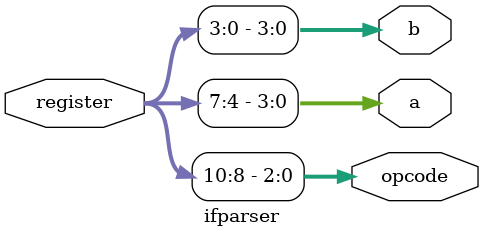
<source format=v>
module ifparser(register, opcode, a, b);
	input [10:0] register;
	output [2:0] opcode;

	output [3:0] a, b;

	assign opcode = register[10:8];
	assign a = register[7:4];
	assign b = register[3:0];

endmodule
</source>
